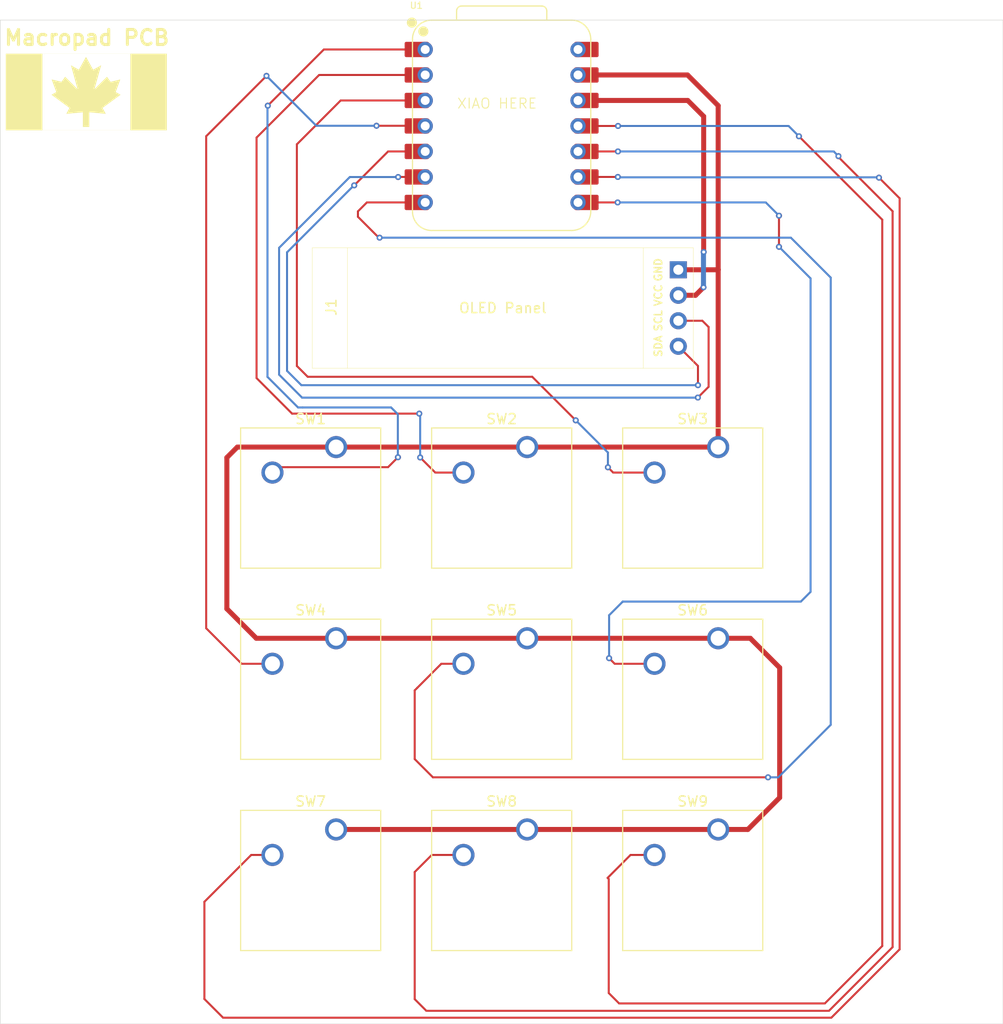
<source format=kicad_pcb>
(kicad_pcb (version 20241229) (generator "pcbnew") (generator_version "9.0")
  (title_block (title "Macropad PCB") (date "2025-12-16") (rev "1"))
  (layers (0 "F.Cu" signal) (2 "B.Cu" signal) (13 "F.Paste" user) (15 "B.Paste" user) (5 "F.SilkS" user "F.Silkscreen") (7 "B.SilkS" user "B.Silkscreen") (1 "F.Mask" user) (3 "B.Mask" user) (25 "Edge.Cuts" user))
  (net 0 "")
  (net 1 "GND")
  (net 2 "+5V")
  (net 3 "Net-(J1-Pin_4)")
  (net 4 "Net-(J1-Pin_3)")
  (net 5 "+3.3V")
  (net 6 "Net-(U1-GPIO27{slash}ADC1{slash}A1)")
  (net 7 "Net-(U1-GPIO28{slash}ADC2{slash}A2)")
  (net 8 "Net-(U1-GPIO29{slash}ADC3{slash}A3)")
  (net 9 "Net-(U1-GPIO0{slash}TX)")
  (net 10 "Net-(U1-GPIO1{slash}RX)")
  (net 11 "Net-(U1-GPIO2{slash}SCK)")
  (net 12 "Net-(U1-GPIO26{slash}ADC0{slash}A0)")
  (net 13 "Net-(U1-GPIO4{slash}MISO)")
  (net 14 "Net-(U1-GPIO3{slash}MOSI)")
  (footprint "KiCad-SSD1306-0.91-OLED-4pin-128x32.pretty-master:SSD1306-0.91-OLED-4pin-128x32" (layer "F.Cu") (at 111.50125 68.14)
    (property "Reference" "J1" (at 1.9 5.91 90) (layer "F.SilkS"))
    (property "Value" "Generic_01x04_Pin_OLED")
    (fp_line (start 0 0) (end 0 12) (stroke (width 0.04)) (layer "F.SilkS"))
    (fp_line (start 0 12) (end 38 12) (stroke (width 0.04)) (layer "F.SilkS"))
    (fp_line (start 3.5 0) (end 3.5 12) (stroke (width 0.04)) (layer "F.SilkS"))
    (fp_line (start 33 0) (end 33 12) (stroke (width 0.04)) (layer "F.SilkS"))
    (fp_line (start 38 0) (end 0 0) (stroke (width 0.04)) (layer "F.SilkS"))
    (fp_line (start 38 12) (end 38 0) (stroke (width 0.04)) (layer "F.SilkS"))
    (fp_text user "SCL" (at 34.5 7.27 270) (layer "F.SilkS") (effects (font (size 0.75 0.75))))
    (fp_text user "VCC" (at 34.5 4.73 270) (layer "F.SilkS") (effects (font (size 0.75 0.75))))
    (fp_text user "OLED Panel" (at 19 6 0) (layer "F.SilkS"))
    (fp_text user "SDA" (at 34.5 9.81 270) (layer "F.SilkS") (effects (font (size 0.75 0.75))))
    (fp_text user "GND" (at 34.5 2.19 270) (layer "F.SilkS") (effects (font (size 0.75 0.75))))
    (pad "1" thru_hole rect (at 36.5 2.19) (size 1.7 1.7) (drill 1) (layers "*.Cu" "*.Mask") (net 1 "GND"))
    (pad "2" thru_hole oval (at 36.5 4.73) (size 1.7 1.7) (drill 1) (layers "*.Cu" "*.Mask") (net 5 "+3.3V"))
    (pad "3" thru_hole oval (at 36.5 7.27) (size 1.7 1.7) (drill 1) (layers "*.Cu" "*.Mask") (net 4 "Net-(J1-Pin_3)"))
    (pad "4" thru_hole oval (at 36.5 9.81) (size 1.7 1.7) (drill 1) (layers "*.Cu" "*.Mask") (net 3 "Net-(J1-Pin_4)"))
  )
  (footprint "Button_Switch_Keyboard:SW_Cherry_MX_1.00u_PCB" (layer "F.Cu") (at 151.97625 126.095)
    (property "Reference" "SW9" (at -2.54 -2.794 0) (layer "F.SilkS"))
    (property "Value" "SW_Push")
    (fp_line (start -9.525 -1.905) (end 4.445 -1.905) (stroke (width 0.12)) (layer "F.SilkS"))
    (fp_line (start -9.525 12.065) (end -9.525 -1.905) (stroke (width 0.12)) (layer "F.SilkS"))
    (fp_line (start 4.445 -1.905) (end 4.445 12.065) (stroke (width 0.12)) (layer "F.SilkS"))
    (fp_line (start 4.445 12.065) (end -9.525 12.065) (stroke (width 0.12)) (layer "F.SilkS"))
    (pad "" np_thru_hole circle (at -7.62 5.08) (size 1.7 1.7) (drill 1.7) (layers "*.Cu" "*.Mask"))
    (pad "" np_thru_hole circle (at -2.54 5.08) (size 4 4) (drill 4) (layers "*.Cu" "*.Mask"))
    (pad "" np_thru_hole circle (at 2.54 5.08) (size 1.7 1.7) (drill 1.7) (layers "*.Cu" "*.Mask"))
    (pad "1" thru_hole circle (at 0 0) (size 2.2 2.2) (drill 1.5) (layers "*.Cu" "*.Mask") (net 1 "GND"))
    (pad "2" thru_hole circle (at -6.35 2.54) (size 2.2 2.2) (drill 1.5) (layers "*.Cu" "*.Mask") (net 14 "Net-(U1-GPIO3{slash}MOSI)"))
  )
  (footprint "Seeed Studio XIAO Series Library:XIAO-RP2040-DIP" (layer "F.Cu") (at 130.38 56)
    (property "Reference" "U1" (at -8.5 -12 0) (layer "F.SilkS") (effects (font (size 0.635 0.635) (thickness 0.1016))))
    (property "Value" "XIAO-RP2040-DIP")
    (fp_line (start -8.89 8.509) (end -8.89 -8.636) (stroke (width 0.127)) (layer "F.SilkS"))
    (fp_line (start -6.985 10.414) (end 6.985 10.414) (stroke (width 0.127)) (layer "F.SilkS"))
    (fp_line (start -4.495 -10.541) (end -4.491272 -11.451272) (stroke (width 0.127)) (layer "F.SilkS"))
    (fp_line (start -3.991272 -11.951) (end 4.004 -11.951) (stroke (width 0.127)) (layer "F.SilkS"))
    (fp_line (start 4.504 -11.451) (end 4.504 -10.541) (stroke (width 0.127)) (layer "F.SilkS"))
    (fp_line (start 6.985 -10.541) (end -6.985 -10.541) (stroke (width 0.1)) (layer "F.SilkS"))
    (fp_line (start 6.985 -10.541) (end -6.985 -10.541) (stroke (width 0.127)) (layer "F.SilkS"))
    (fp_line (start 8.89 8.509) (end 8.89 -8.636) (stroke (width 0.127)) (layer "F.SilkS"))
    (fp_arc (start -8.89 -8.636) (mid -8.332038 -9.983038) (end -6.985 -10.541) (stroke (width 0.127)) (layer "F.SilkS"))
    (fp_arc (start -6.985 10.414) (mid -8.332038 9.856038) (end -8.89 8.509) (stroke (width 0.127)) (layer "F.SilkS"))
    (fp_arc (start -4.491272 -11.451272) (mid -4.344728 -11.80464) (end -3.991272 -11.951) (stroke (width 0.127)) (layer "F.SilkS"))
    (fp_arc (start 4.004 -11.951) (mid 4.357553 -11.804553) (end 4.504 -11.451) (stroke (width 0.127)) (layer "F.SilkS"))
    (fp_arc (start 6.985 -10.541) (mid 8.332038 -9.983038) (end 8.89 -8.636) (stroke (width 0.127)) (layer "F.SilkS"))
    (fp_arc (start 8.89 8.509) (mid 8.332038 9.856038) (end 6.985 10.414) (stroke (width 0.127)) (layer "F.SilkS"))
    (fp_circle (center -8.95 -10.3) (end -8.95 -10.554) (stroke (width 0.5)) (fill yes) (layer "F.SilkS"))
    (fp_circle (center -7.807 -9.42) (end -7.807 -9.674) (stroke (width 0.5)) (fill yes) (layer "F.SilkS"))
    (pad "1" smd roundrect (at -8.455 -7.62 180) (size 2.432 1.524) (layers "F.Cu" "F.Mask") (roundrect_rratio 0.1) (net 12 "Net-(U1-GPIO26{slash}ADC0{slash}A0)"))
    (pad "1" thru_hole circle (at -7.62 -7.62 180) (size 1.524 1.524) (drill 0.889) (layers "*.Cu" "*.Mask") (net 12 "Net-(U1-GPIO26{slash}ADC0{slash}A0)"))
    (pad "2" smd roundrect (at -8.455 -5.08 180) (size 2.432 1.524) (layers "F.Cu" "F.Mask") (roundrect_rratio 0.1) (net 6 "Net-(U1-GPIO27{slash}ADC1{slash}A1)"))
    (pad "2" thru_hole circle (at -7.62 -5.08 180) (size 1.524 1.524) (drill 0.889) (layers "*.Cu" "*.Mask") (net 6 "Net-(U1-GPIO27{slash}ADC1{slash}A1)"))
    (pad "3" smd roundrect (at -8.455 -2.54 180) (size 2.432 1.524) (layers "F.Cu" "F.Mask") (roundrect_rratio 0.1) (net 7 "Net-(U1-GPIO28{slash}ADC2{slash}A2)"))
    (pad "3" thru_hole circle (at -7.62 -2.54 180) (size 1.524 1.524) (drill 0.889) (layers "*.Cu" "*.Mask") (net 7 "Net-(U1-GPIO28{slash}ADC2{slash}A2)"))
    (pad "4" smd roundrect (at -8.455 0 180) (size 2.432 1.524) (layers "F.Cu" "F.Mask") (roundrect_rratio 0.1) (net 8 "Net-(U1-GPIO29{slash}ADC3{slash}A3)"))
    (pad "4" thru_hole circle (at -7.62 0 180) (size 1.524 1.524) (drill 0.889) (layers "*.Cu" "*.Mask") (net 8 "Net-(U1-GPIO29{slash}ADC3{slash}A3)"))
    (pad "5" smd roundrect (at -8.455 2.54 180) (size 2.432 1.524) (layers "F.Cu" "F.Mask") (roundrect_rratio 0.1) (net 3 "Net-(J1-Pin_4)"))
    (pad "5" thru_hole circle (at -7.62 2.54 180) (size 1.524 1.524) (drill 0.889) (layers "*.Cu" "*.Mask") (net 3 "Net-(J1-Pin_4)"))
    (pad "6" smd roundrect (at -8.455 5.08 180) (size 2.432 1.524) (layers "F.Cu" "F.Mask") (roundrect_rratio 0.1) (net 4 "Net-(J1-Pin_3)"))
    (pad "6" thru_hole circle (at -7.62 5.08 180) (size 1.524 1.524) (drill 0.889) (layers "*.Cu" "*.Mask") (net 4 "Net-(J1-Pin_3)"))
    (pad "7" smd roundrect (at -8.455 7.62 180) (size 2.432 1.524) (layers "F.Cu" "F.Mask") (roundrect_rratio 0.1) (net 9 "Net-(U1-GPIO0{slash}TX)"))
    (pad "7" thru_hole circle (at -7.62 7.62 180) (size 1.524 1.524) (drill 0.889) (layers "*.Cu" "*.Mask") (net 9 "Net-(U1-GPIO0{slash}TX)"))
    (pad "8" thru_hole circle (at 7.62 7.62) (size 1.524 1.524) (drill 0.889) (layers "*.Cu" "*.Mask") (net 10 "Net-(U1-GPIO1{slash}RX)"))
    (pad "8" smd roundrect (at 8.455 7.62) (size 2.432 1.524) (layers "F.Cu" "F.Mask") (roundrect_rratio 0.1) (net 10 "Net-(U1-GPIO1{slash}RX)"))
    (pad "9" thru_hole circle (at 7.62 5.08) (size 1.524 1.524) (drill 0.889) (layers "*.Cu" "*.Mask") (net 11 "Net-(U1-GPIO2{slash}SCK)"))
    (pad "9" smd roundrect (at 8.455 5.08) (size 2.432 1.524) (layers "F.Cu" "F.Mask") (roundrect_rratio 0.1) (net 11 "Net-(U1-GPIO2{slash}SCK)"))
    (pad "10" thru_hole circle (at 7.62 2.54) (size 1.524 1.524) (drill 0.889) (layers "*.Cu" "*.Mask") (net 13 "Net-(U1-GPIO4{slash}MISO)"))
    (pad "10" smd roundrect (at 8.455 2.54) (size 2.432 1.524) (layers "F.Cu" "F.Mask") (roundrect_rratio 0.1) (net 13 "Net-(U1-GPIO4{slash}MISO)"))
    (pad "11" thru_hole circle (at 7.62 0) (size 1.524 1.524) (drill 0.889) (layers "*.Cu" "*.Mask") (net 14 "Net-(U1-GPIO3{slash}MOSI)"))
    (pad "11" smd roundrect (at 8.455 0) (size 2.432 1.524) (layers "F.Cu" "F.Mask") (roundrect_rratio 0.1) (net 14 "Net-(U1-GPIO3{slash}MOSI)"))
    (pad "12" thru_hole circle (at 7.62 -2.54) (size 1.524 1.524) (drill 0.889) (layers "*.Cu" "*.Mask") (net 5 "+3.3V"))
    (pad "12" smd roundrect (at 8.455 -2.54) (size 2.432 1.524) (layers "F.Cu" "F.Mask") (roundrect_rratio 0.1) (net 5 "+3.3V"))
    (pad "13" thru_hole circle (at 7.62 -5.08) (size 1.524 1.524) (drill 0.889) (layers "*.Cu" "*.Mask") (net 1 "GND"))
    (pad "13" smd roundrect (at 8.455 -5.08) (size 2.432 1.524) (layers "F.Cu" "F.Mask") (roundrect_rratio 0.1) (net 1 "GND"))
    (pad "14" thru_hole circle (at 7.62 -7.62) (size 1.524 1.524) (drill 0.889) (layers "*.Cu" "*.Mask") (net 2 "+5V"))
    (pad "14" smd roundrect (at 8.455 -7.62) (size 2.432 1.524) (layers "F.Cu" "F.Mask") (roundrect_rratio 0.1) (net 2 "+5V"))
  )
  (footprint "Button_Switch_Keyboard:SW_Cherry_MX_1.00u_PCB" (layer "F.Cu") (at 113.87625 126.095)
    (property "Reference" "SW7" (at -2.54 -2.794 0) (layer "F.SilkS"))
    (property "Value" "SW_Push")
    (fp_line (start -9.525 -1.905) (end 4.445 -1.905) (stroke (width 0.12)) (layer "F.SilkS"))
    (fp_line (start -9.525 12.065) (end -9.525 -1.905) (stroke (width 0.12)) (layer "F.SilkS"))
    (fp_line (start 4.445 -1.905) (end 4.445 12.065) (stroke (width 0.12)) (layer "F.SilkS"))
    (fp_line (start 4.445 12.065) (end -9.525 12.065) (stroke (width 0.12)) (layer "F.SilkS"))
    (pad "" np_thru_hole circle (at -7.62 5.08) (size 1.7 1.7) (drill 1.7) (layers "*.Cu" "*.Mask"))
    (pad "" np_thru_hole circle (at -2.54 5.08) (size 4 4) (drill 4) (layers "*.Cu" "*.Mask"))
    (pad "" np_thru_hole circle (at 2.54 5.08) (size 1.7 1.7) (drill 1.7) (layers "*.Cu" "*.Mask"))
    (pad "1" thru_hole circle (at 0 0) (size 2.2 2.2) (drill 1.5) (layers "*.Cu" "*.Mask") (net 1 "GND"))
    (pad "2" thru_hole circle (at -6.35 2.54) (size 2.2 2.2) (drill 1.5) (layers "*.Cu" "*.Mask") (net 11 "Net-(U1-GPIO2{slash}SCK)"))
  )
  (footprint "Button_Switch_Keyboard:SW_Cherry_MX_1.00u_PCB" (layer "F.Cu") (at 132.92625 107.045)
    (property "Reference" "SW5" (at -2.54 -2.794 0) (layer "F.SilkS"))
    (property "Value" "SW_Push")
    (fp_line (start -9.525 -1.905) (end 4.445 -1.905) (stroke (width 0.12)) (layer "F.SilkS"))
    (fp_line (start -9.525 12.065) (end -9.525 -1.905) (stroke (width 0.12)) (layer "F.SilkS"))
    (fp_line (start 4.445 -1.905) (end 4.445 12.065) (stroke (width 0.12)) (layer "F.SilkS"))
    (fp_line (start 4.445 12.065) (end -9.525 12.065) (stroke (width 0.12)) (layer "F.SilkS"))
    (pad "" np_thru_hole circle (at -7.62 5.08) (size 1.7 1.7) (drill 1.7) (layers "*.Cu" "*.Mask"))
    (pad "" np_thru_hole circle (at -2.54 5.08) (size 4 4) (drill 4) (layers "*.Cu" "*.Mask"))
    (pad "" np_thru_hole circle (at 2.54 5.08) (size 1.7 1.7) (drill 1.7) (layers "*.Cu" "*.Mask"))
    (pad "1" thru_hole circle (at 0 0) (size 2.2 2.2) (drill 1.5) (layers "*.Cu" "*.Mask") (net 1 "GND"))
    (pad "2" thru_hole circle (at -6.35 2.54) (size 2.2 2.2) (drill 1.5) (layers "*.Cu" "*.Mask") (net 9 "Net-(U1-GPIO0{slash}TX)"))
  )
  (footprint "Button_Switch_Keyboard:SW_Cherry_MX_1.00u_PCB" (layer "F.Cu") (at 113.87625 87.995)
    (property "Reference" "SW1" (at -2.54 -2.794 0) (layer "F.SilkS"))
    (property "Value" "SW_Push")
    (fp_line (start -9.525 -1.905) (end 4.445 -1.905) (stroke (width 0.12)) (layer "F.SilkS"))
    (fp_line (start -9.525 12.065) (end -9.525 -1.905) (stroke (width 0.12)) (layer "F.SilkS"))
    (fp_line (start 4.445 -1.905) (end 4.445 12.065) (stroke (width 0.12)) (layer "F.SilkS"))
    (fp_line (start 4.445 12.065) (end -9.525 12.065) (stroke (width 0.12)) (layer "F.SilkS"))
    (pad "" np_thru_hole circle (at -7.62 5.08) (size 1.7 1.7) (drill 1.7) (layers "*.Cu" "*.Mask"))
    (pad "" np_thru_hole circle (at -2.54 5.08) (size 4 4) (drill 4) (layers "*.Cu" "*.Mask"))
    (pad "" np_thru_hole circle (at 2.54 5.08) (size 1.7 1.7) (drill 1.7) (layers "*.Cu" "*.Mask"))
    (pad "1" thru_hole circle (at 0 0) (size 2.2 2.2) (drill 1.5) (layers "*.Cu" "*.Mask") (net 1 "GND"))
    (pad "2" thru_hole circle (at -6.35 2.54) (size 2.2 2.2) (drill 1.5) (layers "*.Cu" "*.Mask") (net 12 "Net-(U1-GPIO26{slash}ADC0{slash}A0)"))
  )
  (footprint "Button_Switch_Keyboard:SW_Cherry_MX_1.00u_PCB" (layer "F.Cu") (at 113.87625 107.045)
    (property "Reference" "SW4" (at -2.54 -2.794 0) (layer "F.SilkS"))
    (property "Value" "SW_Push")
    (fp_line (start -9.525 -1.905) (end 4.445 -1.905) (stroke (width 0.12)) (layer "F.SilkS"))
    (fp_line (start -9.525 12.065) (end -9.525 -1.905) (stroke (width 0.12)) (layer "F.SilkS"))
    (fp_line (start 4.445 -1.905) (end 4.445 12.065) (stroke (width 0.12)) (layer "F.SilkS"))
    (fp_line (start 4.445 12.065) (end -9.525 12.065) (stroke (width 0.12)) (layer "F.SilkS"))
    (pad "" np_thru_hole circle (at -7.62 5.08) (size 1.7 1.7) (drill 1.7) (layers "*.Cu" "*.Mask"))
    (pad "" np_thru_hole circle (at -2.54 5.08) (size 4 4) (drill 4) (layers "*.Cu" "*.Mask"))
    (pad "" np_thru_hole circle (at 2.54 5.08) (size 1.7 1.7) (drill 1.7) (layers "*.Cu" "*.Mask"))
    (pad "1" thru_hole circle (at 0 0) (size 2.2 2.2) (drill 1.5) (layers "*.Cu" "*.Mask") (net 1 "GND"))
    (pad "2" thru_hole circle (at -6.35 2.54) (size 2.2 2.2) (drill 1.5) (layers "*.Cu" "*.Mask") (net 8 "Net-(U1-GPIO29{slash}ADC3{slash}A3)"))
  )
  (footprint "Button_Switch_Keyboard:SW_Cherry_MX_1.00u_PCB" (layer "F.Cu") (at 151.97625 87.995)
    (property "Reference" "SW3" (at -2.54 -2.794 0) (layer "F.SilkS"))
    (property "Value" "SW_Push")
    (fp_line (start -9.525 -1.905) (end 4.445 -1.905) (stroke (width 0.12)) (layer "F.SilkS"))
    (fp_line (start -9.525 12.065) (end -9.525 -1.905) (stroke (width 0.12)) (layer "F.SilkS"))
    (fp_line (start 4.445 -1.905) (end 4.445 12.065) (stroke (width 0.12)) (layer "F.SilkS"))
    (fp_line (start 4.445 12.065) (end -9.525 12.065) (stroke (width 0.12)) (layer "F.SilkS"))
    (pad "" np_thru_hole circle (at -7.62 5.08) (size 1.7 1.7) (drill 1.7) (layers "*.Cu" "*.Mask"))
    (pad "" np_thru_hole circle (at -2.54 5.08) (size 4 4) (drill 4) (layers "*.Cu" "*.Mask"))
    (pad "" np_thru_hole circle (at 2.54 5.08) (size 1.7 1.7) (drill 1.7) (layers "*.Cu" "*.Mask"))
    (pad "1" thru_hole circle (at 0 0) (size 2.2 2.2) (drill 1.5) (layers "*.Cu" "*.Mask") (net 1 "GND"))
    (pad "2" thru_hole circle (at -6.35 2.54) (size 2.2 2.2) (drill 1.5) (layers "*.Cu" "*.Mask") (net 7 "Net-(U1-GPIO28{slash}ADC2{slash}A2)"))
  )
  (footprint "Button_Switch_Keyboard:SW_Cherry_MX_1.00u_PCB" (layer "F.Cu") (at 132.92625 87.995)
    (property "Reference" "SW2" (at -2.54 -2.794 0) (layer "F.SilkS"))
    (property "Value" "SW_Push")
    (fp_line (start -9.525 -1.905) (end 4.445 -1.905) (stroke (width 0.12)) (layer "F.SilkS"))
    (fp_line (start -9.525 12.065) (end -9.525 -1.905) (stroke (width 0.12)) (layer "F.SilkS"))
    (fp_line (start 4.445 -1.905) (end 4.445 12.065) (stroke (width 0.12)) (layer "F.SilkS"))
    (fp_line (start 4.445 12.065) (end -9.525 12.065) (stroke (width 0.12)) (layer "F.SilkS"))
    (pad "" np_thru_hole circle (at -7.62 5.08) (size 1.7 1.7) (drill 1.7) (layers "*.Cu" "*.Mask"))
    (pad "" np_thru_hole circle (at -2.54 5.08) (size 4 4) (drill 4) (layers "*.Cu" "*.Mask"))
    (pad "" np_thru_hole circle (at 2.54 5.08) (size 1.7 1.7) (drill 1.7) (layers "*.Cu" "*.Mask"))
    (pad "1" thru_hole circle (at 0 0) (size 2.2 2.2) (drill 1.5) (layers "*.Cu" "*.Mask") (net 1 "GND"))
    (pad "2" thru_hole circle (at -6.35 2.54) (size 2.2 2.2) (drill 1.5) (layers "*.Cu" "*.Mask") (net 6 "Net-(U1-GPIO27{slash}ADC1{slash}A1)"))
  )
  (footprint "Button_Switch_Keyboard:SW_Cherry_MX_1.00u_PCB" (layer "F.Cu") (at 151.97625 107.045)
    (property "Reference" "SW6" (at -2.54 -2.794 0) (layer "F.SilkS"))
    (property "Value" "SW_Push")
    (fp_line (start -9.525 -1.905) (end 4.445 -1.905) (stroke (width 0.12)) (layer "F.SilkS"))
    (fp_line (start -9.525 12.065) (end -9.525 -1.905) (stroke (width 0.12)) (layer "F.SilkS"))
    (fp_line (start 4.445 -1.905) (end 4.445 12.065) (stroke (width 0.12)) (layer "F.SilkS"))
    (fp_line (start 4.445 12.065) (end -9.525 12.065) (stroke (width 0.12)) (layer "F.SilkS"))
    (pad "" np_thru_hole circle (at -7.62 5.08) (size 1.7 1.7) (drill 1.7) (layers "*.Cu" "*.Mask"))
    (pad "" np_thru_hole circle (at -2.54 5.08) (size 4 4) (drill 4) (layers "*.Cu" "*.Mask"))
    (pad "" np_thru_hole circle (at 2.54 5.08) (size 1.7 1.7) (drill 1.7) (layers "*.Cu" "*.Mask"))
    (pad "1" thru_hole circle (at 0 0) (size 2.2 2.2) (drill 1.5) (layers "*.Cu" "*.Mask") (net 1 "GND"))
    (pad "2" thru_hole circle (at -6.35 2.54) (size 2.2 2.2) (drill 1.5) (layers "*.Cu" "*.Mask") (net 10 "Net-(U1-GPIO1{slash}RX)"))
  )
  (footprint "Button_Switch_Keyboard:SW_Cherry_MX_1.00u_PCB" (layer "F.Cu") (at 132.92625 126.095)
    (property "Reference" "SW8" (at -2.54 -2.794 0) (layer "F.SilkS"))
    (property "Value" "SW_Push")
    (fp_line (start -9.525 -1.905) (end 4.445 -1.905) (stroke (width 0.12)) (layer "F.SilkS"))
    (fp_line (start -9.525 12.065) (end -9.525 -1.905) (stroke (width 0.12)) (layer "F.SilkS"))
    (fp_line (start 4.445 -1.905) (end 4.445 12.065) (stroke (width 0.12)) (layer "F.SilkS"))
    (fp_line (start 4.445 12.065) (end -9.525 12.065) (stroke (width 0.12)) (layer "F.SilkS"))
    (pad "" np_thru_hole circle (at -7.62 5.08) (size 1.7 1.7) (drill 1.7) (layers "*.Cu" "*.Mask"))
    (pad "" np_thru_hole circle (at -2.54 5.08) (size 4 4) (drill 4) (layers "*.Cu" "*.Mask"))
    (pad "" np_thru_hole circle (at 2.54 5.08) (size 1.7 1.7) (drill 1.7) (layers "*.Cu" "*.Mask"))
    (pad "1" thru_hole circle (at 0 0) (size 2.2 2.2) (drill 1.5) (layers "*.Cu" "*.Mask") (net 1 "GND"))
    (pad "2" thru_hole circle (at -6.35 2.54) (size 2.2 2.2) (drill 1.5) (layers "*.Cu" "*.Mask") (net 13 "Net-(U1-GPIO4{slash}MISO)"))
  )
  (gr_line (start 84.578502 56.432881) (end 93.40897 56.432881) (stroke (width 0.01)) (layer "F.SilkS"))
  (gr_line (start 84.578502 48.804223) (end 93.40897 48.804223) (stroke (width 0.01)) (layer "F.SilkS"))
  (gr_poly (pts (xy 89.641131 50.407975) (xy 90.435808 49.962555) (xy 89.76575 52.346789) (xy 91.020074 51.10662) (xy 91.383875 51.609263) (xy 92.346165 51.372262) (xy 91.886386 52.624601) (xy 92.374807 52.890242) (xy 90.574912 54.199864) (xy 90.895587 54.78618) (xy 89.248887 54.632921) (xy 89.248887 56.097786) (xy 88.930196 56.097786) (xy 88.623742 56.097786) (xy 88.623742 54.632921) (xy 86.979066 54.78618) (xy 87.285506 54.199864) (xy 85.49988 52.890242) (xy 85.973868 52.624601) (xy 85.514207 51.372262) (xy 86.490837 51.609263) (xy 86.852357 51.10662) (xy 88.094576 52.346789) (xy 87.43874 49.962555) (xy 88.219261 50.407975) (xy 88.930196 49.124904)) (stroke (width 0.01)) (fill yes) (layer "F.SilkS"))
  (gr_poly (pts (xy 84.578502 56.432881) (xy 80.939822 56.432881) (xy 80.939822 48.804223) (xy 84.578502 48.804223)) (stroke (width 0.01)) (fill yes) (layer "F.SilkS"))
  (gr_poly (pts (xy 96.99 56.432881) (xy 93.363554 56.432881) (xy 93.363554 48.804223) (xy 96.99 48.804223)) (stroke (width 0.01)) (fill yes) (layer "F.SilkS"))
  (gr_rect (start 80.38 45.45) (end 180.38 145.45) (stroke (width 0.05)) (fill no) (layer "Edge.Cuts"))
  (gr_text "Macropad PCB" (at 80.644703 48.081932 0) (layer "F.SilkS") (effects (font (size 1.5 1.5) (thickness 0.3) (bold yes)) (justify left bottom)))
  (gr_text "XIAO HERE" (at 125.885 54.35 0) (layer "F.SilkS") (effects (font (size 1 1) (thickness 0.1)) (justify left bottom)))
  (segment (start 151.97625 87.995) (end 151.97625 70.32) (width 0.5) (layer "F.Cu") (net 1))
  (segment (start 151.97625 70.32) (end 151.97625 53.97625) (width 0.5) (layer "F.Cu") (net 1))
  (segment (start 105.915 107.045) (end 102.98 104.11) (width 0.5) (layer "F.Cu") (net 1))
  (segment (start 102.98 89.04) (end 104.025 87.995) (width 0.5) (layer "F.Cu") (net 1))
  (segment (start 132.92625 126.095) (end 151.97625 126.095) (width 0.5) (layer "F.Cu") (net 1))
  (segment (start 154.935 126.095) (end 158.11 122.92) (width 0.5) (layer "F.Cu") (net 1))
  (segment (start 151.96625 70.33) (end 151.97625 70.32) (width 0.5) (layer "F.Cu") (net 1))
  (segment (start 113.87625 87.995) (end 132.92625 87.995) (width 0.5) (layer "F.Cu") (net 1))
  (segment (start 151.97625 107.045) (end 132.92625 107.045) (width 0.5) (layer "F.Cu") (net 1))
  (segment (start 158.11 122.92) (end 158.11 109.98) (width 0.5) (layer "F.Cu") (net 1))
  (segment (start 148.92 50.92) (end 138 50.92) (width 0.5) (layer "F.Cu") (net 1))
  (segment (start 158.11 109.98) (end 155.175 107.045) (width 0.5) (layer "F.Cu") (net 1))
  (segment (start 132.92625 87.995) (end 151.97625 87.995) (width 0.5) (layer "F.Cu") (net 1))
  (segment (start 148.00125 70.33) (end 151.96625 70.33) (width 0.5) (layer "F.Cu") (net 1))
  (segment (start 151.97625 53.97625) (end 148.92 50.92) (width 0.5) (layer "F.Cu") (net 1))
  (segment (start 104.025 87.995) (end 113.87625 87.995) (width 0.5) (layer "F.Cu") (net 1))
  (segment (start 113.87625 126.095) (end 132.92625 126.095) (width 0.5) (layer "F.Cu") (net 1))
  (segment (start 102.98 104.11) (end 102.98 89.04) (width 0.5) (layer "F.Cu") (net 1))
  (segment (start 151.97625 126.095) (end 154.935 126.095) (width 0.5) (layer "F.Cu") (net 1))
  (segment (start 113.87625 107.045) (end 105.915 107.045) (width 0.5) (layer "F.Cu") (net 1))
  (segment (start 155.175 107.045) (end 151.97625 107.045) (width 0.5) (layer "F.Cu") (net 1))
  (segment (start 132.92625 107.045) (end 113.87625 107.045) (width 0.5) (layer "F.Cu") (net 1))
  (segment (start 115.68 61.92) (end 119.06 58.54) (width 0.2) (layer "F.Cu") (net 3))
  (segment (start 149.96 79.90875) (end 149.96 81.83) (width 0.2) (layer "F.Cu") (net 3))
  (segment (start 119.06 58.54) (end 122.76 58.54) (width 0.2) (layer "F.Cu") (net 3))
  (segment (start 148.00125 77.95) (end 149.96 79.90875) (width 0.2) (layer "F.Cu") (net 3))
  (via (at 115.68 61.92) (size 0.6) (drill 0.3) (layers "F.Cu" "B.Cu") (net 3))
  (via (at 149.96 81.83) (size 0.6) (drill 0.3) (layers "F.Cu" "B.Cu") (net 3))
  (segment (start 149.96 81.83) (end 110.41 81.83) (width 0.2) (layer "B.Cu") (net 3))
  (segment (start 109.01 68.56) (end 115.65 61.92) (width 0.2) (layer "B.Cu") (net 3))
  (segment (start 108.98 68.59) (end 109.01 68.56) (width 0.2) (layer "B.Cu") (net 3))
  (segment (start 115.65 61.92) (end 115.68 61.92) (width 0.2) (layer "B.Cu") (net 3))
  (segment (start 108.98 80.4) (end 108.98 68.59) (width 0.2) (layer "B.Cu") (net 3))
  (segment (start 110.41 81.83) (end 108.98 80.4) (width 0.2) (layer "B.Cu") (net 3))
  (segment (start 150.4 75.41) (end 151.01 76.02) (width 0.2) (layer "F.Cu") (net 4))
  (segment (start 120.3 61.08) (end 122.76 61.08) (width 0.2) (layer "F.Cu") (net 4))
  (segment (start 151.01 76.02) (end 151.02 76.03) (width 0.2) (layer "F.Cu") (net 4))
  (segment (start 120.06 61.09) (end 120.29 61.09) (width 0.2) (layer "F.Cu") (net 4))
  (segment (start 148.00125 75.41) (end 150.4 75.41) (width 0.2) (layer "F.Cu") (net 4))
  (segment (start 151.02 81.56) (end 151.02 81.99) (width 0.2) (layer "F.Cu") (net 4))
  (segment (start 151.02 81.99) (end 149.95 83.06) (width 0.2) (layer "F.Cu") (net 4))
  (segment (start 151.02 76.03) (end 151.02 81.56) (width 0.2) (layer "F.Cu") (net 4))
  (segment (start 120.29 61.09) (end 120.3 61.08) (width 0.2) (layer "F.Cu") (net 4))
  (via (at 149.95 83.06) (size 0.6) (drill 0.3) (layers "F.Cu" "B.Cu") (net 4))
  (via (at 120.06 61.09) (size 0.6) (drill 0.3) (layers "F.Cu" "B.Cu") (net 4))
  (segment (start 120.06 61.09) (end 115.24 61.09) (width 0.2) (layer "B.Cu") (net 4))
  (segment (start 110.48 83.07) (end 149.94 83.07) (width 0.2) (layer "B.Cu") (net 4))
  (segment (start 149.94 83.07) (end 149.95 83.06) (width 0.2) (layer "B.Cu") (net 4))
  (segment (start 115.24 61.09) (end 108.19 68.14) (width 0.2) (layer "B.Cu") (net 4))
  (segment (start 108.19 80.78) (end 110.48 83.07) (width 0.2) (layer "B.Cu") (net 4))
  (segment (start 108.19 68.14) (end 108.19 80.78) (width 0.2) (layer "B.Cu") (net 4))
  (segment (start 149.72 72.87) (end 150.51 72.08) (width 0.5) (layer "F.Cu") (net 5))
  (segment (start 150.53 55.05) (end 148.94 53.46) (width 0.5) (layer "F.Cu") (net 5))
  (segment (start 148.00125 72.87) (end 149.72 72.87) (width 0.5) (layer "F.Cu") (net 5))
  (segment (start 150.53 68.56) (end 150.53 55.05) (width 0.5) (layer "F.Cu") (net 5))
  (segment (start 148.94 53.46) (end 138 53.46) (width 0.5) (layer "F.Cu") (net 5))
  (via (at 150.53 68.56) (size 0.6) (drill 0.3) (layers "F.Cu" "B.Cu") (net 5))
  (via (at 150.51 72.08) (size 0.6) (drill 0.3) (layers "F.Cu" "B.Cu") (net 5))
  (segment (start 150.51 72.08) (end 150.51 68.58) (width 0.5) (layer "B.Cu") (net 5))
  (segment (start 150.51 68.58) (end 150.53 68.56) (width 0.5) (layer "B.Cu") (net 5))
  (segment (start 105.94 57.16) (end 112.18 50.92) (width 0.2) (layer "F.Cu") (net 6))
  (segment (start 105.94 81.12) (end 105.94 57.16) (width 0.2) (layer "F.Cu") (net 6))
  (segment (start 109.48 84.66) (end 105.94 81.12) (width 0.2) (layer "F.Cu") (net 6))
  (segment (start 122.17 84.66) (end 109.48 84.66) (width 0.2) (layer "F.Cu") (net 6))
  (segment (start 126.57625 90.535) (end 123.765 90.535) (width 0.2) (layer "F.Cu") (net 6))
  (segment (start 112.18 50.92) (end 122.76 50.92) (width 0.2) (layer "F.Cu") (net 6))
  (segment (start 123.765 90.535) (end 122.26 89.03) (width 0.2) (layer "F.Cu") (net 6))
  (via (at 122.17 84.66) (size 0.6) (drill 0.3) (layers "F.Cu" "B.Cu") (net 6))
  (via (at 122.26 89.03) (size 0.6) (drill 0.3) (layers "F.Cu" "B.Cu") (net 6))
  (segment (start 122.26 84.75) (end 122.17 84.66) (width 0.2) (layer "B.Cu") (net 6))
  (segment (start 122.26 89.03) (end 122.26 84.75) (width 0.2) (layer "B.Cu") (net 6))
  (segment (start 109.96 79.91) (end 109.96 57.83) (width 0.2) (layer "F.Cu") (net 7))
  (segment (start 145.62625 90.535) (end 141.505 90.535) (width 0.2) (layer "F.Cu") (net 7))
  (segment (start 137.77 85.33) (end 133.43 80.99) (width 0.2) (layer "F.Cu") (net 7))
  (segment (start 111.04 80.99) (end 109.96 79.91) (width 0.2) (layer "F.Cu") (net 7))
  (segment (start 133.43 80.99) (end 111.04 80.99) (width 0.2) (layer "F.Cu") (net 7))
  (segment (start 114.33 53.46) (end 122.76 53.46) (width 0.2) (layer "F.Cu") (net 7))
  (segment (start 109.96 57.83) (end 114.33 53.46) (width 0.2) (layer "F.Cu") (net 7))
  (segment (start 141.505 90.535) (end 140.98 90.01) (width 0.2) (layer "F.Cu") (net 7))
  (via (at 140.98 90.01) (size 0.6) (drill 0.3) (layers "F.Cu" "B.Cu") (net 7))
  (via (at 137.77 85.33) (size 0.6) (drill 0.3) (layers "F.Cu" "B.Cu") (net 7))
  (segment (start 140.98 88.54) (end 137.77 85.33) (width 0.2) (layer "B.Cu") (net 7))
  (segment (start 140.98 90.01) (end 140.98 88.54) (width 0.2) (layer "B.Cu") (net 7))
  (segment (start 117.9 55.98) (end 122.74 55.98) (width 0.2) (layer "F.Cu") (net 8))
  (segment (start 122.74 55.98) (end 122.76 56) (width 0.2) (layer "F.Cu") (net 8))
  (segment (start 104.455 109.585) (end 100.92 106.05) (width 0.2) (layer "F.Cu") (net 8))
  (segment (start 100.92 57.02) (end 106.93 51.01) (width 0.2) (layer "F.Cu") (net 8))
  (segment (start 100.92 106.05) (end 100.92 57.02) (width 0.2) (layer "F.Cu") (net 8))
  (segment (start 107.52625 109.585) (end 104.455 109.585) (width 0.2) (layer "F.Cu") (net 8))
  (via (at 106.93 51.01) (size 0.6) (drill 0.3) (layers "F.Cu" "B.Cu") (net 8))
  (via (at 117.9 55.98) (size 0.6) (drill 0.3) (layers "F.Cu" "B.Cu") (net 8))
  (segment (start 106.93 51.01) (end 111.9 55.98) (width 0.2) (layer "B.Cu") (net 8))
  (segment (start 111.9 55.98) (end 117.9 55.98) (width 0.2) (layer "B.Cu") (net 8))
  (segment (start 121.97 111.98) (end 121.71 112.24) (width 0.2) (layer "F.Cu") (net 9))
  (segment (start 121.71 112.24) (end 121.71 119.08) (width 0.2) (layer "F.Cu") (net 9))
  (segment (start 126.57625 109.585) (end 124.365 109.585) (width 0.2) (layer "F.Cu") (net 9))
  (segment (start 116.94 63.62) (end 122.76 63.62) (width 0.2) (layer "F.Cu") (net 9))
  (segment (start 121.71 119.08) (end 123.53 120.9) (width 0.2) (layer "F.Cu") (net 9))
  (segment (start 118.21 67.13) (end 118.13 67.13) (width 0.2) (layer "F.Cu") (net 9))
  (segment (start 116.05 65.05) (end 116.05 64.51) (width 0.2) (layer "F.Cu") (net 9))
  (segment (start 116.05 64.51) (end 116.94 63.62) (width 0.2) (layer "F.Cu") (net 9))
  (segment (start 118.13 67.13) (end 116.05 65.05) (width 0.2) (layer "F.Cu") (net 9))
  (segment (start 123.53 120.9) (end 156.95 120.9) (width 0.2) (layer "F.Cu") (net 9))
  (segment (start 124.365 109.585) (end 121.97 111.98) (width 0.2) (layer "F.Cu") (net 9))
  (via (at 156.95 120.9) (size 0.6) (drill 0.3) (layers "F.Cu" "B.Cu") (net 9))
  (via (at 118.21 67.13) (size 0.6) (drill 0.3) (layers "F.Cu" "B.Cu") (net 9))
  (segment (start 163.2 71.11) (end 159.22 67.13) (width 0.2) (layer "B.Cu") (net 9))
  (segment (start 156.95 120.9) (end 157.97 120.9) (width 0.2) (layer "B.Cu") (net 9))
  (segment (start 157.97 120.9) (end 163.2 115.67) (width 0.2) (layer "B.Cu") (net 9))
  (segment (start 159.22 67.13) (end 118.21 67.13) (width 0.2) (layer "B.Cu") (net 9))
  (segment (start 163.2 115.67) (end 163.2 71.11) (width 0.2) (layer "B.Cu") (net 9))
  (segment (start 158.04 68.04) (end 158.04 64.94) (width 0.2) (layer "F.Cu") (net 10))
  (segment (start 141.655 109.585) (end 141.1 109.03) (width 0.2) (layer "F.Cu") (net 10))
  (segment (start 145.62625 109.585) (end 141.655 109.585) (width 0.2) (layer "F.Cu") (net 10))
  (segment (start 141.95 63.62) (end 138 63.62) (width 0.2) (layer "F.Cu") (net 10))
  (via (at 141.95 63.62) (size 0.6) (drill 0.3) (layers "F.Cu" "B.Cu") (net 10))
  (via (at 158.04 68.04) (size 0.6) (drill 0.3) (layers "F.Cu" "B.Cu") (net 10))
  (via (at 158.04 64.94) (size 0.6) (drill 0.3) (layers "F.Cu" "B.Cu") (net 10))
  (via (at 141.1 109.03) (size 0.6) (drill 0.3) (layers "F.Cu" "B.Cu") (net 10))
  (segment (start 161.19 102.42) (end 161.19 71.19) (width 0.2) (layer "B.Cu") (net 10))
  (segment (start 141.1 109.03) (end 141.1 104.75) (width 0.2) (layer "B.Cu") (net 10))
  (segment (start 161.19 71.19) (end 158.04 68.04) (width 0.2) (layer "B.Cu") (net 10))
  (segment (start 160.22 103.39) (end 161.19 102.42) (width 0.2) (layer "B.Cu") (net 10))
  (segment (start 156.72 63.62) (end 158.04 64.94) (width 0.2) (layer "B.Cu") (net 10))
  (segment (start 141.1 104.75) (end 142.45 103.4) (width 0.2) (layer "B.Cu") (net 10))
  (segment (start 142.45 103.39) (end 160.22 103.39) (width 0.2) (layer "B.Cu") (net 10))
  (segment (start 141.95 63.62) (end 156.72 63.62) (width 0.2) (layer "B.Cu") (net 10))
  (segment (start 142.45 103.4) (end 142.45 103.39) (width 0.2) (layer "B.Cu") (net 10))
  (segment (start 141.97 61.08) (end 138 61.08) (width 0.2) (layer "F.Cu") (net 11))
  (segment (start 170.07 138.04) (end 170.07 63.21) (width 0.2) (layer "F.Cu") (net 11))
  (segment (start 163.261 144.849) (end 170.07 138.04) (width 0.2) (layer "F.Cu") (net 11))
  (segment (start 105.405 128.635) (end 100.74 133.3) (width 0.2) (layer "F.Cu") (net 11))
  (segment (start 100.74 133.3) (end 100.74 142.99) (width 0.2) (layer "F.Cu") (net 11))
  (segment (start 170.07 63.21) (end 168.01 61.15) (width 0.2) (layer "F.Cu") (net 11))
  (segment (start 103.09 144.849) (end 163.261 144.849) (width 0.2) (layer "F.Cu") (net 11))
  (segment (start 107.52625 128.635) (end 105.405 128.635) (width 0.2) (layer "F.Cu") (net 11))
  (segment (start 102.599 144.849) (end 103.09 144.849) (width 0.2) (layer "F.Cu") (net 11))
  (segment (start 100.74 142.99) (end 102.599 144.849) (width 0.2) (layer "F.Cu") (net 11))
  (via (at 168.01 61.15) (size 0.6) (drill 0.3) (layers "F.Cu" "B.Cu") (net 11))
  (via (at 141.97 61.08) (size 0.6) (drill 0.3) (layers "F.Cu" "B.Cu") (net 11))
  (segment (start 168.01 61.15) (end 167.98 61.12) (width 0.2) (layer "B.Cu") (net 11))
  (segment (start 142.01 61.12) (end 141.97 61.08) (width 0.2) (layer "B.Cu") (net 11))
  (segment (start 167.98 61.12) (end 142.01 61.12) (width 0.2) (layer "B.Cu") (net 11))
  (segment (start 107.06 53.97) (end 112.65 48.38) (width 0.2) (layer "F.Cu") (net 12))
  (segment (start 112.65 48.38) (end 122.76 48.38) (width 0.2) (layer "F.Cu") (net 12))
  (segment (start 107.52625 90.535) (end 108.06125 90) (width 0.2) (layer "F.Cu") (net 12))
  (segment (start 108.06125 90) (end 109.05 90) (width 0.2) (layer "F.Cu") (net 12))
  (segment (start 119.05 90) (end 120.04 89.01) (width 0.2) (layer "F.Cu") (net 12))
  (segment (start 109.05 90) (end 119.05 90) (width 0.2) (layer "F.Cu") (net 12))
  (segment (start 107.06 53.98) (end 107.06 53.97) (width 0.2) (layer "F.Cu") (net 12))
  (via (at 107.06 53.98) (size 0.6) (drill 0.3) (layers "F.Cu" "B.Cu") (net 12))
  (via (at 120.04 89.01) (size 0.6) (drill 0.3) (layers "F.Cu" "B.Cu") (net 12))
  (segment (start 107.03 54.01) (end 107.06 53.98) (width 0.2) (layer "B.Cu") (net 12))
  (segment (start 120.03 89) (end 120.03 84.72) (width 0.2) (layer "B.Cu") (net 12))
  (segment (start 107.03 81) (end 107.03 54.01) (width 0.2) (layer "B.Cu") (net 12))
  (segment (start 120.04 89.01) (end 120.03 89) (width 0.2) (layer "B.Cu") (net 12))
  (segment (start 120.03 84.72) (end 119.36 84.05) (width 0.2) (layer "B.Cu") (net 12))
  (segment (start 119.36 84.05) (end 110.53 84.05) (width 0.2) (layer "B.Cu") (net 12))
  (segment (start 110.53 84.05) (end 110.08 84.05) (width 0.2) (layer "B.Cu") (net 12))
  (segment (start 110.08 84.05) (end 107.03 81) (width 0.2) (layer "B.Cu") (net 12))
  (segment (start 121.71 130.34) (end 121.71 143) (width 0.2) (layer "F.Cu") (net 13))
  (segment (start 169.37 137.82) (end 169.37 64.5) (width 0.2) (layer "F.Cu") (net 13))
  (segment (start 163.97 59.1) (end 163.97 59.01) (width 0.2) (layer "F.Cu") (net 13))
  (segment (start 122.01 130.04) (end 121.71 130.34) (width 0.2) (layer "F.Cu") (net 13))
  (segment (start 126.57625 128.635) (end 123.415 128.635) (width 0.2) (layer "F.Cu") (net 13))
  (segment (start 142.2 144.16) (end 163.03 144.16) (width 0.2) (layer "F.Cu") (net 13))
  (segment (start 141.98 58.54) (end 138 58.54) (width 0.2) (layer "F.Cu") (net 13))
  (segment (start 169.37 64.5) (end 167.05 62.18) (width 0.2) (layer "F.Cu") (net 13))
  (segment (start 167.05 62.18) (end 163.97 59.1) (width 0.2) (layer "F.Cu") (net 13))
  (segment (start 163.03 144.16) (end 169.37 137.82) (width 0.2) (layer "F.Cu") (net 13))
  (segment (start 123.415 128.635) (end 122.01 130.04) (width 0.2) (layer "F.Cu") (net 13))
  (segment (start 121.71 143) (end 122.87 144.16) (width 0.2) (layer "F.Cu") (net 13))
  (segment (start 122.87 144.16) (end 142.2 144.16) (width 0.2) (layer "F.Cu") (net 13))
  (via (at 163.97 59.01) (size 0.6) (drill 0.3) (layers "F.Cu" "B.Cu") (net 13))
  (via (at 141.98 58.54) (size 0.6) (drill 0.3) (layers "F.Cu" "B.Cu") (net 13))
  (segment (start 163.5 58.54) (end 163.97 59.01) (width 0.2) (layer "B.Cu") (net 13))
  (segment (start 141.98 58.54) (end 163.5 58.54) (width 0.2) (layer "B.Cu") (net 13))
  (segment (start 168.34 137.7) (end 168.34 65.34) (width 0.2) (layer "F.Cu") (net 14))
  (segment (start 141.06 142.39) (end 142.1 143.43) (width 0.2) (layer "F.Cu") (net 14))
  (segment (start 143.235 128.635) (end 140.95 130.92) (width 0.2) (layer "F.Cu") (net 14))
  (segment (start 168.34 65.34) (end 160.03 57.03) (width 0.2) (layer "F.Cu") (net 14))
  (segment (start 141.99 56) (end 138 56) (width 0.2) (layer "F.Cu") (net 14))
  (segment (start 141.06 131.03) (end 141.06 141.92) (width 0.2) (layer "F.Cu") (net 14))
  (segment (start 145.62625 128.635) (end 143.235 128.635) (width 0.2) (layer "F.Cu") (net 14))
  (segment (start 142.1 143.43) (end 162.61 143.43) (width 0.2) (layer "F.Cu") (net 14))
  (segment (start 141.06 141.92) (end 141.06 142.39) (width 0.2) (layer "F.Cu") (net 14))
  (segment (start 162.61 143.43) (end 168.34 137.7) (width 0.2) (layer "F.Cu") (net 14))
  (segment (start 140.95 130.92) (end 141.06 131.03) (width 0.2) (layer "F.Cu") (net 14))
  (via (at 141.99 56) (size 0.6) (drill 0.3) (layers "F.Cu" "B.Cu") (net 14))
  (via (at 160.03 57.03) (size 0.6) (drill 0.3) (layers "F.Cu" "B.Cu") (net 14))
  (segment (start 159 56) (end 141.99 56) (width 0.2) (layer "B.Cu") (net 14))
  (segment (start 160.03 57.03) (end 159 56) (width 0.2) (layer "B.Cu") (net 14))
)
</source>
